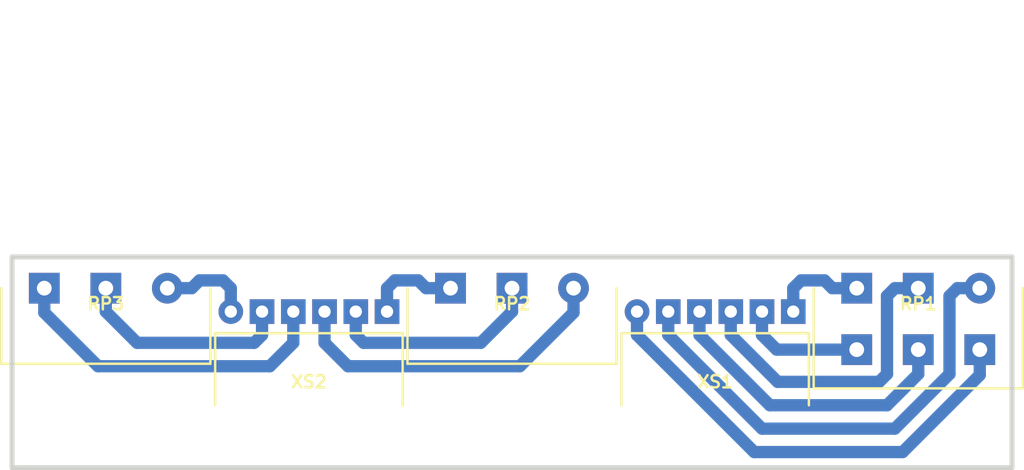
<source format=kicad_pcb>
(kicad_pcb (version 20171130) (host pcbnew 5.1.12-84ad8e8a86~92~ubuntu20.04.1)

  (general
    (thickness 1.6)
    (drawings 4)
    (tracks 62)
    (zones 0)
    (modules 5)
    (nets 13)
  )

  (page A4 portrait)
  (title_block
    (title ТКП-1.22.A-1)
    (date 2024-10-09)
    (rev 1A)
    (company "Fishtaur Potentiometer Board [REV1A]")
    (comment 1 http://github.com/Adept666)
    (comment 2 "Igor Ivanov (Игорь Иванов)")
    (comment 3 -ТТКРЧПДЛ-)
    (comment 4 "This project is licensed under GNU General Public License v3.0 or later")
  )

  (layers
    (0 F.Cu jumper)
    (31 B.Cu signal)
    (38 B.Mask user)
    (44 Edge.Cuts user)
    (45 Margin user)
    (46 B.CrtYd user)
    (47 F.CrtYd user)
    (49 F.Fab user)
  )

  (setup
    (last_trace_width 1)
    (user_trace_width 0.6)
    (trace_clearance 0)
    (zone_clearance 0.6)
    (zone_45_only no)
    (trace_min 0.2)
    (via_size 2)
    (via_drill 1)
    (via_min_size 0.4)
    (via_min_drill 0.3)
    (uvia_size 0.3)
    (uvia_drill 0.1)
    (uvias_allowed no)
    (uvia_min_size 0)
    (uvia_min_drill 0)
    (edge_width 0.4)
    (segment_width 0.2)
    (pcb_text_width 0.3)
    (pcb_text_size 1.5 1.5)
    (mod_edge_width 0.15)
    (mod_text_size 1 1)
    (mod_text_width 0.15)
    (pad_size 1.6 1.8)
    (pad_drill 0)
    (pad_to_mask_clearance 0.2)
    (solder_mask_min_width 0.1)
    (aux_axis_origin 0 0)
    (visible_elements 7FFFFFFF)
    (pcbplotparams
      (layerselection 0x20000_7ffffffe)
      (usegerberextensions false)
      (usegerberattributes false)
      (usegerberadvancedattributes false)
      (creategerberjobfile false)
      (excludeedgelayer false)
      (linewidth 0.100000)
      (plotframeref true)
      (viasonmask false)
      (mode 1)
      (useauxorigin false)
      (hpglpennumber 1)
      (hpglpenspeed 20)
      (hpglpendiameter 15.000000)
      (psnegative false)
      (psa4output false)
      (plotreference false)
      (plotvalue true)
      (plotinvisibletext false)
      (padsonsilk true)
      (subtractmaskfromsilk false)
      (outputformat 4)
      (mirror false)
      (drillshape 0)
      (scaleselection 1)
      (outputdirectory ""))
  )

  (net 0 "")
  (net 1 "Net-(RP2-Pad3)")
  (net 2 "Net-(RP2-Pad1)")
  (net 3 "Net-(RP2-Pad2)")
  (net 4 "Net-(RP3-Pad3)")
  (net 5 "Net-(RP3-Pad1)")
  (net 6 "Net-(RP3-Pad2)")
  (net 7 "Net-(RP1-Pad3)")
  (net 8 "Net-(RP1-Pad6)")
  (net 9 "Net-(RP1-Pad2)")
  (net 10 "Net-(RP1-Pad4)")
  (net 11 "Net-(RP1-Pad1)")
  (net 12 "Net-(RP1-Pad5)")

  (net_class Default "This is the default net class."
    (clearance 0)
    (trace_width 1)
    (via_dia 2)
    (via_drill 1)
    (uvia_dia 0.3)
    (uvia_drill 0.1)
    (add_net "Net-(RP1-Pad1)")
    (add_net "Net-(RP1-Pad2)")
    (add_net "Net-(RP1-Pad3)")
    (add_net "Net-(RP1-Pad4)")
    (add_net "Net-(RP1-Pad5)")
    (add_net "Net-(RP1-Pad6)")
    (add_net "Net-(RP2-Pad1)")
    (add_net "Net-(RP2-Pad2)")
    (add_net "Net-(RP2-Pad3)")
    (add_net "Net-(RP3-Pad1)")
    (add_net "Net-(RP3-Pad2)")
    (add_net "Net-(RP3-Pad3)")
  )

  (module KCL-TH-SL:CON-PBS-06R (layer F.Cu) (tedit 62D2A195) (tstamp 608E8A79)
    (at 121.92 144.78)
    (path /60031E05)
    (fp_text reference XS1 (at 0 5.715) (layer F.SilkS)
      (effects (font (size 1 1) (thickness 0.2)))
    )
    (fp_text value PBS-06R (at 0 5.715) (layer F.Fab)
      (effects (font (size 1 1) (thickness 0.2)))
    )
    (fp_line (start 7.62 -0.5) (end 7.62 10.16) (layer F.CrtYd) (width 0.1))
    (fp_line (start -7.62 -0.5) (end -7.62 10.16) (layer F.CrtYd) (width 0.1))
    (fp_line (start -7.62 10.16) (end 7.62 10.16) (layer F.CrtYd) (width 0.1))
    (fp_line (start -7.62 -0.5) (end 7.62 -0.5) (layer F.CrtYd) (width 0.1))
    (fp_line (start 7.62 1.76) (end 7.62 7.62) (layer F.SilkS) (width 0.2))
    (fp_line (start -7.62 1.76) (end -7.62 7.62) (layer F.SilkS) (width 0.2))
    (fp_line (start -7.62 1.76) (end 7.62 1.76) (layer F.SilkS) (width 0.2))
    (fp_line (start -7.62 1.76) (end 7.62 1.76) (layer F.Fab) (width 0.2))
    (fp_line (start -7.62 10.16) (end 7.62 10.16) (layer F.Fab) (width 0.2))
    (fp_line (start -7.62 1.76) (end -7.62 10.16) (layer F.Fab) (width 0.2))
    (fp_line (start 7.62 1.76) (end 7.62 10.16) (layer F.Fab) (width 0.2))
    (pad 6 thru_hole rect (at 6.35 0) (size 2 2) (drill 1) (layers B.Cu B.Mask)
      (net 7 "Net-(RP1-Pad3)"))
    (pad 5 thru_hole rect (at 3.81 0) (size 2 2) (drill 1) (layers B.Cu B.Mask)
      (net 8 "Net-(RP1-Pad6)"))
    (pad 4 thru_hole rect (at 1.27 0) (size 2 2) (drill 1) (layers B.Cu B.Mask)
      (net 9 "Net-(RP1-Pad2)"))
    (pad 1 thru_hole circle (at -6.35 0) (size 2 2) (drill 1) (layers B.Cu B.Mask)
      (net 10 "Net-(RP1-Pad4)"))
    (pad 2 thru_hole rect (at -3.81 0) (size 2 2) (drill 1) (layers B.Cu B.Mask)
      (net 11 "Net-(RP1-Pad1)"))
    (pad 3 thru_hole rect (at -1.27 0) (size 2 2) (drill 1) (layers B.Cu B.Mask)
      (net 12 "Net-(RP1-Pad5)"))
  )

  (module KCL-TH-SL:CON-PBS-06R (layer F.Cu) (tedit 62D2A195) (tstamp 60031F53)
    (at 88.9 144.78)
    (path /600A2C72)
    (fp_text reference XS2 (at 0 5.715) (layer F.SilkS)
      (effects (font (size 1 1) (thickness 0.2)))
    )
    (fp_text value PBS-06R (at 0 5.715) (layer F.Fab)
      (effects (font (size 1 1) (thickness 0.2)))
    )
    (fp_line (start 7.62 -0.5) (end 7.62 10.16) (layer F.CrtYd) (width 0.1))
    (fp_line (start -7.62 -0.5) (end -7.62 10.16) (layer F.CrtYd) (width 0.1))
    (fp_line (start -7.62 10.16) (end 7.62 10.16) (layer F.CrtYd) (width 0.1))
    (fp_line (start -7.62 -0.5) (end 7.62 -0.5) (layer F.CrtYd) (width 0.1))
    (fp_line (start 7.62 1.76) (end 7.62 7.62) (layer F.SilkS) (width 0.2))
    (fp_line (start -7.62 1.76) (end -7.62 7.62) (layer F.SilkS) (width 0.2))
    (fp_line (start -7.62 1.76) (end 7.62 1.76) (layer F.SilkS) (width 0.2))
    (fp_line (start -7.62 1.76) (end 7.62 1.76) (layer F.Fab) (width 0.2))
    (fp_line (start -7.62 10.16) (end 7.62 10.16) (layer F.Fab) (width 0.2))
    (fp_line (start -7.62 1.76) (end -7.62 10.16) (layer F.Fab) (width 0.2))
    (fp_line (start 7.62 1.76) (end 7.62 10.16) (layer F.Fab) (width 0.2))
    (pad 6 thru_hole rect (at 6.35 0) (size 2 2) (drill 1) (layers B.Cu B.Mask)
      (net 1 "Net-(RP2-Pad3)"))
    (pad 5 thru_hole rect (at 3.81 0) (size 2 2) (drill 1) (layers B.Cu B.Mask)
      (net 3 "Net-(RP2-Pad2)"))
    (pad 4 thru_hole rect (at 1.27 0) (size 2 2) (drill 1) (layers B.Cu B.Mask)
      (net 2 "Net-(RP2-Pad1)"))
    (pad 1 thru_hole circle (at -6.35 0) (size 2 2) (drill 1) (layers B.Cu B.Mask)
      (net 5 "Net-(RP3-Pad1)"))
    (pad 2 thru_hole rect (at -3.81 0) (size 2 2) (drill 1) (layers B.Cu B.Mask)
      (net 6 "Net-(RP3-Pad2)"))
    (pad 3 thru_hole rect (at -1.27 0) (size 2 2) (drill 1) (layers B.Cu B.Mask)
      (net 4 "Net-(RP3-Pad3)"))
  )

  (module KCL-TH-SL:RP-PDB182-K-20-P (layer F.Cu) (tedit 608E4FBB) (tstamp 608AEE6A)
    (at 138.43 142.875 180)
    (path /60859B26)
    (fp_text reference RP1 (at 0 -1.27 180) (layer F.SilkS)
      (effects (font (size 1 1) (thickness 0.2)))
    )
    (fp_text value "RP1: 2xB100K" (at 0 -1.27 180) (layer F.Fab)
      (effects (font (size 1 1) (thickness 0.2)))
    )
    (fp_line (start -7.3 3.35) (end -7.3 5.35) (layer F.Fab) (width 0.2))
    (fp_line (start -8.5 3.35) (end -8.5 5.35) (layer F.Fab) (width 0.2))
    (fp_line (start -8.5 5.35) (end -7.366 5.35) (layer F.Fab) (width 0.2))
    (fp_line (start 8.5 -8.15) (end 8.5 23.35) (layer F.CrtYd) (width 0.1))
    (fp_line (start -8.5 -8.15) (end -8.5 23.35) (layer F.CrtYd) (width 0.1))
    (fp_line (start -8.5 23.35) (end 8.5 23.35) (layer F.CrtYd) (width 0.1))
    (fp_line (start -8.5 -8.15) (end 8.5 -8.15) (layer F.CrtYd) (width 0.1))
    (fp_line (start 8.5 -8.15) (end 8.5 0) (layer F.SilkS) (width 0.2))
    (fp_line (start -8.5 -8.15) (end -8.5 0) (layer F.SilkS) (width 0.2))
    (fp_line (start -8.5 -8.15) (end 8.5 -8.15) (layer F.SilkS) (width 0.2))
    (fp_line (start -3.5 9.85) (end 3.5 9.85) (layer F.Fab) (width 0.2))
    (fp_line (start 3 9.85) (end 3 23.35) (layer F.Fab) (width 0.2))
    (fp_line (start -3 9.85) (end -3 23.35) (layer F.Fab) (width 0.2))
    (fp_line (start 3.5 3.35) (end 3.5 9.85) (layer F.Fab) (width 0.2))
    (fp_line (start -3.5 3.35) (end -3.5 9.85) (layer F.Fab) (width 0.2))
    (fp_line (start 8.5 -8.15) (end 8.5 3.35) (layer F.Fab) (width 0.2))
    (fp_line (start -8.5 -8.15) (end -8.5 3.35) (layer F.Fab) (width 0.2))
    (fp_line (start -3 23.35) (end 3 23.35) (layer F.Fab) (width 0.2))
    (fp_line (start -8.5 3.35) (end 8.5 3.35) (layer F.Fab) (width 0.2))
    (fp_line (start -8.5 -8.15) (end 8.5 -8.15) (layer F.Fab) (width 0.2))
    (pad 5 thru_hole rect (at 0 -5 180) (size 2.5 2.5) (drill 1.2) (layers B.Cu B.Mask)
      (net 12 "Net-(RP1-Pad5)"))
    (pad 4 thru_hole rect (at -5 -5 180) (size 2.5 2.5) (drill 1.2) (layers B.Cu B.Mask)
      (net 10 "Net-(RP1-Pad4)"))
    (pad 6 thru_hole rect (at 5 -5 180) (size 2.5 2.5) (drill 1.2) (layers B.Cu B.Mask)
      (net 8 "Net-(RP1-Pad6)"))
    (pad 3 thru_hole rect (at 5 0 180) (size 2.5 2.5) (drill 1.2) (layers B.Cu B.Mask)
      (net 7 "Net-(RP1-Pad3)"))
    (pad 1 thru_hole circle (at -5 0 180) (size 2.5 2.5) (drill 1.2) (layers B.Cu B.Mask)
      (net 11 "Net-(RP1-Pad1)"))
    (pad 2 thru_hole rect (at 0 0 180) (size 2.5 2.5) (drill 1.2) (layers B.Cu B.Mask)
      (net 9 "Net-(RP1-Pad2)"))
  )

  (module KCL-TH-SL:RP-PDB181-K-20-P (layer F.Cu) (tedit 60030E39) (tstamp 5FE6D9E5)
    (at 105.41 142.875 180)
    (path /5FE7A122)
    (fp_text reference RP2 (at 0 -1.27 180) (layer F.SilkS)
      (effects (font (size 1 1) (thickness 0.2)))
    )
    (fp_text value "RP2: B10K" (at 0 -1.27 180) (layer F.Fab)
      (effects (font (size 1 1) (thickness 0.2)))
    )
    (fp_line (start -7.3 3.35) (end -7.3 5.35) (layer F.Fab) (width 0.2))
    (fp_line (start -8.5 3.35) (end -8.5 5.35) (layer F.Fab) (width 0.2))
    (fp_line (start -8.5 5.35) (end -7.366 5.35) (layer F.Fab) (width 0.2))
    (fp_line (start 8.5 -6.15) (end 8.5 23.35) (layer F.CrtYd) (width 0.1))
    (fp_line (start -8.5 -6.15) (end -8.5 23.35) (layer F.CrtYd) (width 0.1))
    (fp_line (start -8.5 23.35) (end 8.5 23.35) (layer F.CrtYd) (width 0.1))
    (fp_line (start -8.5 -6.15) (end 8.5 -6.15) (layer F.CrtYd) (width 0.1))
    (fp_line (start 8.5 -6.15) (end 8.5 0) (layer F.SilkS) (width 0.2))
    (fp_line (start -8.5 -6.15) (end -8.5 0) (layer F.SilkS) (width 0.2))
    (fp_line (start -8.5 -6.15) (end 8.5 -6.15) (layer F.SilkS) (width 0.2))
    (fp_line (start -3.5 9.85) (end 3.5 9.85) (layer F.Fab) (width 0.2))
    (fp_line (start 3 9.85) (end 3 23.35) (layer F.Fab) (width 0.2))
    (fp_line (start -3 9.85) (end -3 23.35) (layer F.Fab) (width 0.2))
    (fp_line (start 3.5 3.35) (end 3.5 9.85) (layer F.Fab) (width 0.2))
    (fp_line (start -3.5 3.35) (end -3.5 9.85) (layer F.Fab) (width 0.2))
    (fp_line (start 8.5 -6.15) (end 8.5 3.35) (layer F.Fab) (width 0.2))
    (fp_line (start -8.5 -6.15) (end -8.5 3.35) (layer F.Fab) (width 0.2))
    (fp_line (start -3 23.35) (end 3 23.35) (layer F.Fab) (width 0.2))
    (fp_line (start -8.5 3.35) (end 8.5 3.35) (layer F.Fab) (width 0.2))
    (fp_line (start -8.5 -6.15) (end 8.5 -6.15) (layer F.Fab) (width 0.2))
    (pad 3 thru_hole rect (at 5 0 180) (size 2.5 2.5) (drill 1.2) (layers B.Cu B.Mask)
      (net 1 "Net-(RP2-Pad3)"))
    (pad 1 thru_hole circle (at -5 0 180) (size 2.5 2.5) (drill 1.2) (layers B.Cu B.Mask)
      (net 2 "Net-(RP2-Pad1)"))
    (pad 2 thru_hole rect (at 0 0 180) (size 2.5 2.5) (drill 1.2) (layers B.Cu B.Mask)
      (net 3 "Net-(RP2-Pad2)"))
  )

  (module KCL-TH-SL:RP-PDB181-K-20-P (layer F.Cu) (tedit 60030E39) (tstamp 608AEDE7)
    (at 72.39 142.875 180)
    (path /60857FB0)
    (fp_text reference RP3 (at 0 -1.27 180) (layer F.SilkS)
      (effects (font (size 1 1) (thickness 0.2)))
    )
    (fp_text value "RP3: B10K" (at 0 -1.27 180) (layer F.Fab)
      (effects (font (size 1 1) (thickness 0.2)))
    )
    (fp_line (start -7.3 3.35) (end -7.3 5.35) (layer F.Fab) (width 0.2))
    (fp_line (start -8.5 3.35) (end -8.5 5.35) (layer F.Fab) (width 0.2))
    (fp_line (start -8.5 5.35) (end -7.366 5.35) (layer F.Fab) (width 0.2))
    (fp_line (start 8.5 -6.15) (end 8.5 23.35) (layer F.CrtYd) (width 0.1))
    (fp_line (start -8.5 -6.15) (end -8.5 23.35) (layer F.CrtYd) (width 0.1))
    (fp_line (start -8.5 23.35) (end 8.5 23.35) (layer F.CrtYd) (width 0.1))
    (fp_line (start -8.5 -6.15) (end 8.5 -6.15) (layer F.CrtYd) (width 0.1))
    (fp_line (start 8.5 -6.15) (end 8.5 0) (layer F.SilkS) (width 0.2))
    (fp_line (start -8.5 -6.15) (end -8.5 0) (layer F.SilkS) (width 0.2))
    (fp_line (start -8.5 -6.15) (end 8.5 -6.15) (layer F.SilkS) (width 0.2))
    (fp_line (start -3.5 9.85) (end 3.5 9.85) (layer F.Fab) (width 0.2))
    (fp_line (start 3 9.85) (end 3 23.35) (layer F.Fab) (width 0.2))
    (fp_line (start -3 9.85) (end -3 23.35) (layer F.Fab) (width 0.2))
    (fp_line (start 3.5 3.35) (end 3.5 9.85) (layer F.Fab) (width 0.2))
    (fp_line (start -3.5 3.35) (end -3.5 9.85) (layer F.Fab) (width 0.2))
    (fp_line (start 8.5 -6.15) (end 8.5 3.35) (layer F.Fab) (width 0.2))
    (fp_line (start -8.5 -6.15) (end -8.5 3.35) (layer F.Fab) (width 0.2))
    (fp_line (start -3 23.35) (end 3 23.35) (layer F.Fab) (width 0.2))
    (fp_line (start -8.5 3.35) (end 8.5 3.35) (layer F.Fab) (width 0.2))
    (fp_line (start -8.5 -6.15) (end 8.5 -6.15) (layer F.Fab) (width 0.2))
    (pad 3 thru_hole rect (at 5 0 180) (size 2.5 2.5) (drill 1.2) (layers B.Cu B.Mask)
      (net 4 "Net-(RP3-Pad3)"))
    (pad 1 thru_hole circle (at -5 0 180) (size 2.5 2.5) (drill 1.2) (layers B.Cu B.Mask)
      (net 5 "Net-(RP3-Pad1)"))
    (pad 2 thru_hole rect (at 0 0 180) (size 2.5 2.5) (drill 1.2) (layers B.Cu B.Mask)
      (net 6 "Net-(RP3-Pad2)"))
  )

  (gr_line (start 146.05 140.335) (end 146.05 157.48) (layer Edge.Cuts) (width 0.4) (tstamp 5FE6F872))
  (gr_line (start 64.77 140.335) (end 64.77 157.48) (layer Edge.Cuts) (width 0.4) (tstamp 5FE6F872))
  (gr_line (start 64.77 157.48) (end 146.05 157.48) (layer Edge.Cuts) (width 0.4) (tstamp 5FE6FAB1))
  (gr_line (start 64.77 140.335) (end 146.05 140.335) (layer Edge.Cuts) (width 0.4) (tstamp 5FE6F86E))

  (segment (start 95.25 142.875) (end 95.25 144.78) (width 1) (layer B.Cu) (net 1) (tstamp 608E86DC))
  (segment (start 95.885 142.24) (end 95.25 142.875) (width 1) (layer B.Cu) (net 1))
  (segment (start 100.41 142.875) (end 98.425 142.875) (width 1) (layer B.Cu) (net 1))
  (segment (start 97.79 142.24) (end 95.885 142.24) (width 1) (layer B.Cu) (net 1))
  (segment (start 98.425 142.875) (end 97.79 142.24) (width 1) (layer B.Cu) (net 1))
  (segment (start 90.17 147.32) (end 90.17 144.78) (width 1) (layer B.Cu) (net 2))
  (segment (start 92.075 149.225) (end 90.17 147.32) (width 1) (layer B.Cu) (net 2))
  (segment (start 106.045 149.225) (end 92.075 149.225) (width 1) (layer B.Cu) (net 2))
  (segment (start 110.41 142.875) (end 110.41 144.86) (width 1) (layer B.Cu) (net 2))
  (segment (start 110.41 144.86) (end 106.045 149.225) (width 1) (layer B.Cu) (net 2))
  (segment (start 105.41 144.78) (end 105.41 142.875) (width 1) (layer B.Cu) (net 3))
  (segment (start 102.87 147.32) (end 105.41 144.78) (width 1) (layer B.Cu) (net 3))
  (segment (start 93.345 147.32) (end 102.87 147.32) (width 1) (layer B.Cu) (net 3))
  (segment (start 92.71 144.78) (end 92.71 146.685) (width 1) (layer B.Cu) (net 3))
  (segment (start 92.71 146.685) (end 93.345 147.32) (width 1) (layer B.Cu) (net 3))
  (segment (start 67.39 142.875) (end 67.39 144.86) (width 1) (layer B.Cu) (net 4))
  (segment (start 67.39 144.86) (end 71.755 149.225) (width 1) (layer B.Cu) (net 4))
  (segment (start 87.63 147.32) (end 87.63 144.78) (width 1) (layer B.Cu) (net 4))
  (segment (start 71.755 149.225) (end 85.725 149.225) (width 1) (layer B.Cu) (net 4))
  (segment (start 85.725 149.225) (end 87.63 147.32) (width 1) (layer B.Cu) (net 4))
  (segment (start 77.39 142.875) (end 79.375 142.875) (width 1) (layer B.Cu) (net 5) (tstamp 608E870A))
  (segment (start 79.375 142.875) (end 80.01 142.24) (width 1) (layer B.Cu) (net 5) (tstamp 608E8707))
  (segment (start 82.55 142.875) (end 82.55 144.78) (width 1) (layer B.Cu) (net 5))
  (segment (start 80.01 142.24) (end 81.915 142.24) (width 1) (layer B.Cu) (net 5))
  (segment (start 81.915 142.24) (end 82.55 142.875) (width 1) (layer B.Cu) (net 5))
  (segment (start 72.39 144.78) (end 74.93 147.32) (width 1) (layer B.Cu) (net 6) (tstamp 608E874E))
  (segment (start 72.39 142.875) (end 72.39 144.78) (width 1) (layer B.Cu) (net 6))
  (segment (start 85.09 146.685) (end 85.09 144.78) (width 1) (layer B.Cu) (net 6))
  (segment (start 74.93 147.32) (end 84.455 147.32) (width 1) (layer B.Cu) (net 6))
  (segment (start 84.455 147.32) (end 85.09 146.685) (width 1) (layer B.Cu) (net 6))
  (segment (start 128.27 142.875) (end 128.27 144.78) (width 1) (layer B.Cu) (net 7))
  (segment (start 128.905 142.24) (end 128.27 142.875) (width 1) (layer B.Cu) (net 7))
  (segment (start 130.81 142.24) (end 128.905 142.24) (width 1) (layer B.Cu) (net 7))
  (segment (start 133.43 142.875) (end 131.445 142.875) (width 1) (layer B.Cu) (net 7))
  (segment (start 131.445 142.875) (end 130.81 142.24) (width 1) (layer B.Cu) (net 7))
  (segment (start 125.73 146.685) (end 125.73 144.78) (width 1) (layer B.Cu) (net 8))
  (segment (start 133.43 147.875) (end 126.92 147.875) (width 1) (layer B.Cu) (net 8))
  (segment (start 126.92 147.875) (end 125.73 146.685) (width 1) (layer B.Cu) (net 8))
  (segment (start 136.525 142.875) (end 138.43 142.875) (width 1) (layer B.Cu) (net 9))
  (segment (start 123.19 146.685) (end 127 150.495) (width 1) (layer B.Cu) (net 9))
  (segment (start 123.19 144.78) (end 123.19 146.685) (width 1) (layer B.Cu) (net 9))
  (segment (start 127 150.495) (end 135.255 150.495) (width 1) (layer B.Cu) (net 9))
  (segment (start 135.89 143.51) (end 136.525 142.875) (width 1) (layer B.Cu) (net 9))
  (segment (start 135.89 149.86) (end 135.89 143.51) (width 1) (layer B.Cu) (net 9))
  (segment (start 135.255 150.495) (end 135.89 149.86) (width 1) (layer B.Cu) (net 9))
  (segment (start 143.43 149.94) (end 143.43 147.875) (width 1) (layer B.Cu) (net 10))
  (segment (start 137.16 156.21) (end 143.43 149.94) (width 1) (layer B.Cu) (net 10))
  (segment (start 115.57 144.78) (end 115.57 146.685) (width 1) (layer B.Cu) (net 10))
  (segment (start 125.095 156.21) (end 137.16 156.21) (width 1) (layer B.Cu) (net 10))
  (segment (start 115.57 146.685) (end 125.095 156.21) (width 1) (layer B.Cu) (net 10))
  (segment (start 141.605 142.875) (end 143.43 142.875) (width 1) (layer B.Cu) (net 11))
  (segment (start 140.97 143.51) (end 141.605 142.875) (width 1) (layer B.Cu) (net 11))
  (segment (start 118.11 144.78) (end 118.11 146.685) (width 1) (layer B.Cu) (net 11))
  (segment (start 125.73 154.305) (end 136.525 154.305) (width 1) (layer B.Cu) (net 11))
  (segment (start 118.11 146.685) (end 125.73 154.305) (width 1) (layer B.Cu) (net 11))
  (segment (start 136.525 154.305) (end 140.97 149.86) (width 1) (layer B.Cu) (net 11))
  (segment (start 140.97 149.86) (end 140.97 143.51) (width 1) (layer B.Cu) (net 11))
  (segment (start 138.43 149.86) (end 138.43 147.875) (width 1) (layer B.Cu) (net 12))
  (segment (start 135.89 152.4) (end 138.43 149.86) (width 1) (layer B.Cu) (net 12))
  (segment (start 126.365 152.4) (end 135.89 152.4) (width 1) (layer B.Cu) (net 12))
  (segment (start 120.65 144.78) (end 120.65 146.685) (width 1) (layer B.Cu) (net 12))
  (segment (start 120.65 146.685) (end 126.365 152.4) (width 1) (layer B.Cu) (net 12))

)

</source>
